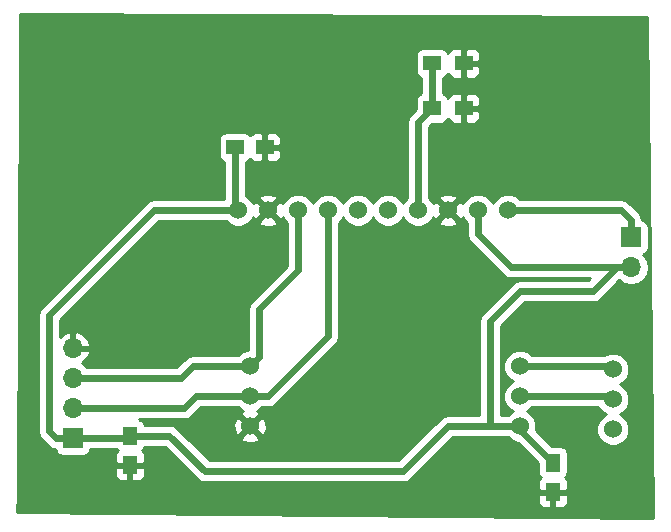
<source format=gbr>
G04 #@! TF.FileFunction,Copper,L1,Top,Signal*
%FSLAX46Y46*%
G04 Gerber Fmt 4.6, Leading zero omitted, Abs format (unit mm)*
G04 Created by KiCad (PCBNEW 4.0.6) date 05/28/17 14:00:10*
%MOMM*%
%LPD*%
G01*
G04 APERTURE LIST*
%ADD10C,0.100000*%
%ADD11R,1.500000X1.250000*%
%ADD12R,1.250000X1.500000*%
%ADD13R,1.700000X1.700000*%
%ADD14O,1.700000X1.700000*%
%ADD15R,1.500000X1.300000*%
%ADD16C,1.524000*%
%ADD17C,0.600000*%
%ADD18C,0.254000*%
G04 APERTURE END LIST*
D10*
D11*
X18562000Y30988000D03*
X21062000Y30988000D03*
D12*
X9652000Y6584000D03*
X9652000Y4084000D03*
X45466000Y4298000D03*
X45466000Y1798000D03*
D13*
X4826000Y6350000D03*
D14*
X4826000Y8890000D03*
X4826000Y11430000D03*
X4826000Y13970000D03*
D13*
X52070000Y23368000D03*
D14*
X52070000Y20828000D03*
D15*
X37926000Y34290000D03*
X35226000Y34290000D03*
X37926000Y38100000D03*
X35226000Y38100000D03*
D16*
X18796000Y25654000D03*
X21336000Y25654000D03*
X23876000Y25654000D03*
X26416000Y25654000D03*
X28956000Y25654000D03*
X31496000Y25654000D03*
X34036000Y25654000D03*
X36576000Y25654000D03*
X39116000Y25654000D03*
X41656000Y25654000D03*
X42672000Y12446000D03*
X42672000Y9906000D03*
X42672000Y7366000D03*
X19812000Y12446000D03*
X19812000Y9906000D03*
X19812000Y7366000D03*
X50546000Y12192000D03*
X50546000Y9652000D03*
X50546000Y7112000D03*
D17*
X39116000Y23622000D02*
X41910000Y20828000D01*
X41910000Y20828000D02*
X52070000Y20828000D01*
X39116000Y25654000D02*
X39116000Y23622000D01*
X2794000Y16764000D02*
X11684000Y25654000D01*
X11684000Y25654000D02*
X18796000Y25654000D01*
X2794000Y6932000D02*
X2794000Y16764000D01*
X4826000Y6350000D02*
X3376000Y6350000D01*
X3376000Y6350000D02*
X2794000Y6932000D01*
X18562000Y30988000D02*
X18562000Y25888000D01*
X18562000Y25888000D02*
X18796000Y25654000D01*
X42672000Y7366000D02*
X40132000Y7366000D01*
X40132000Y7366000D02*
X36576000Y7366000D01*
X40132000Y16256000D02*
X40132000Y7366000D01*
X42672000Y18796000D02*
X40132000Y16256000D01*
X48835919Y18796000D02*
X42672000Y18796000D01*
X52070000Y20828000D02*
X50867919Y20828000D01*
X50867919Y20828000D02*
X48835919Y18796000D01*
X16002000Y3556000D02*
X12974000Y6584000D01*
X12974000Y6584000D02*
X9652000Y6584000D01*
X32766000Y3556000D02*
X16002000Y3556000D01*
X36576000Y7366000D02*
X32766000Y3556000D01*
X42672000Y7366000D02*
X42672000Y7092000D01*
X42672000Y7092000D02*
X45466000Y4298000D01*
X4826000Y6350000D02*
X9418000Y6350000D01*
X9418000Y6350000D02*
X9652000Y6584000D01*
X21336000Y9906000D02*
X26416000Y14986000D01*
X26416000Y14986000D02*
X26416000Y25654000D01*
X19812000Y9906000D02*
X21336000Y9906000D01*
X14224000Y8890000D02*
X15240000Y9906000D01*
X15240000Y9906000D02*
X19812000Y9906000D01*
X4826000Y8890000D02*
X14224000Y8890000D01*
X20573999Y17271999D02*
X23876000Y20574000D01*
X23876000Y20574000D02*
X23876000Y25654000D01*
X19812000Y12446000D02*
X20573999Y13207999D01*
X20573999Y13207999D02*
X20573999Y17271999D01*
X4826000Y11430000D02*
X13970000Y11430000D01*
X13970000Y11430000D02*
X14986000Y12446000D01*
X14986000Y12446000D02*
X19812000Y12446000D01*
X52070000Y23368000D02*
X52070000Y24818000D01*
X52070000Y24818000D02*
X51234000Y25654000D01*
X51234000Y25654000D02*
X42733630Y25654000D01*
X42733630Y25654000D02*
X41656000Y25654000D01*
X35226000Y38100000D02*
X35226000Y34290000D01*
X34036000Y25654000D02*
X34036000Y33100000D01*
X34036000Y33100000D02*
X35226000Y34290000D01*
X42672000Y12446000D02*
X50292000Y12446000D01*
X50292000Y12446000D02*
X50546000Y12192000D01*
X42672000Y9906000D02*
X50292000Y9906000D01*
X50292000Y9906000D02*
X50546000Y9652000D01*
D18*
G36*
X53468496Y42037596D02*
X53973465Y-379788D01*
X127756Y125806D01*
X136057Y1512250D01*
X44206000Y1512250D01*
X44206000Y921691D01*
X44302673Y688302D01*
X44481301Y509673D01*
X44714690Y413000D01*
X45180250Y413000D01*
X45339000Y571750D01*
X45339000Y1671000D01*
X45593000Y1671000D01*
X45593000Y571750D01*
X45751750Y413000D01*
X46217310Y413000D01*
X46450699Y509673D01*
X46629327Y688302D01*
X46726000Y921691D01*
X46726000Y1512250D01*
X46567250Y1671000D01*
X45593000Y1671000D01*
X45339000Y1671000D01*
X44364750Y1671000D01*
X44206000Y1512250D01*
X136057Y1512250D01*
X149746Y3798250D01*
X8392000Y3798250D01*
X8392000Y3207691D01*
X8488673Y2974302D01*
X8667301Y2795673D01*
X8900690Y2699000D01*
X9366250Y2699000D01*
X9525000Y2857750D01*
X9525000Y3957000D01*
X9779000Y3957000D01*
X9779000Y2857750D01*
X9937750Y2699000D01*
X10403310Y2699000D01*
X10636699Y2795673D01*
X10815327Y2974302D01*
X10912000Y3207691D01*
X10912000Y3798250D01*
X10753250Y3957000D01*
X9779000Y3957000D01*
X9525000Y3957000D01*
X8550750Y3957000D01*
X8392000Y3798250D01*
X149746Y3798250D01*
X227385Y16764000D01*
X1859000Y16764000D01*
X1859000Y6932000D01*
X1930173Y6574191D01*
X2132855Y6270855D01*
X2714855Y5688855D01*
X3018191Y5486173D01*
X3343331Y5421498D01*
X3372838Y5264683D01*
X3511910Y5048559D01*
X3724110Y4903569D01*
X3976000Y4852560D01*
X5676000Y4852560D01*
X5911317Y4896838D01*
X6127441Y5035910D01*
X6272431Y5248110D01*
X6306227Y5415000D01*
X8542035Y5415000D01*
X8562910Y5382559D01*
X8631006Y5336031D01*
X8488673Y5193698D01*
X8392000Y4960309D01*
X8392000Y4369750D01*
X8550750Y4211000D01*
X9525000Y4211000D01*
X9525000Y4231000D01*
X9779000Y4231000D01*
X9779000Y4211000D01*
X10753250Y4211000D01*
X10912000Y4369750D01*
X10912000Y4960309D01*
X10815327Y5193698D01*
X10674090Y5334936D01*
X10728441Y5369910D01*
X10873431Y5582110D01*
X10886977Y5649000D01*
X12586710Y5649000D01*
X15340855Y2894855D01*
X15644191Y2692173D01*
X16002000Y2621000D01*
X32766000Y2621000D01*
X33123809Y2692173D01*
X33427145Y2894855D01*
X36963290Y6431000D01*
X41631435Y6431000D01*
X41879630Y6182371D01*
X42392900Y5969243D01*
X42472536Y5969174D01*
X44193560Y4248150D01*
X44193560Y3548000D01*
X44237838Y3312683D01*
X44376910Y3096559D01*
X44445006Y3050031D01*
X44302673Y2907698D01*
X44206000Y2674309D01*
X44206000Y2083750D01*
X44364750Y1925000D01*
X45339000Y1925000D01*
X45339000Y1945000D01*
X45593000Y1945000D01*
X45593000Y1925000D01*
X46567250Y1925000D01*
X46726000Y2083750D01*
X46726000Y2674309D01*
X46629327Y2907698D01*
X46488090Y3048936D01*
X46542441Y3083910D01*
X46687431Y3296110D01*
X46738440Y3548000D01*
X46738440Y5048000D01*
X46694162Y5283317D01*
X46555090Y5499441D01*
X46342890Y5644431D01*
X46091000Y5695440D01*
X45390850Y5695440D01*
X44048404Y7037886D01*
X44068757Y7086900D01*
X44069242Y7642661D01*
X43857010Y8156303D01*
X43464370Y8549629D01*
X43256488Y8635949D01*
X43462303Y8720990D01*
X43712750Y8971000D01*
X49315827Y8971000D01*
X49360990Y8861697D01*
X49753630Y8468371D01*
X49961512Y8382051D01*
X49755697Y8297010D01*
X49362371Y7904370D01*
X49149243Y7391100D01*
X49148758Y6835339D01*
X49360990Y6321697D01*
X49753630Y5928371D01*
X50266900Y5715243D01*
X50822661Y5714758D01*
X51336303Y5926990D01*
X51729629Y6319630D01*
X51942757Y6832900D01*
X51943242Y7388661D01*
X51731010Y7902303D01*
X51338370Y8295629D01*
X51130488Y8381949D01*
X51336303Y8466990D01*
X51729629Y8859630D01*
X51942757Y9372900D01*
X51943242Y9928661D01*
X51731010Y10442303D01*
X51338370Y10835629D01*
X51130488Y10921949D01*
X51336303Y11006990D01*
X51729629Y11399630D01*
X51942757Y11912900D01*
X51943242Y12468661D01*
X51731010Y12982303D01*
X51338370Y13375629D01*
X50825100Y13588757D01*
X50269339Y13589242D01*
X49765354Y13381000D01*
X43712565Y13381000D01*
X43464370Y13629629D01*
X42951100Y13842757D01*
X42395339Y13843242D01*
X41881697Y13631010D01*
X41488371Y13238370D01*
X41275243Y12725100D01*
X41274758Y12169339D01*
X41486990Y11655697D01*
X41879630Y11262371D01*
X42087512Y11176051D01*
X41881697Y11091010D01*
X41488371Y10698370D01*
X41275243Y10185100D01*
X41274758Y9629339D01*
X41486990Y9115697D01*
X41879630Y8722371D01*
X42087512Y8636051D01*
X41881697Y8551010D01*
X41631250Y8301000D01*
X41067000Y8301000D01*
X41067000Y15868710D01*
X43059290Y17861000D01*
X48835919Y17861000D01*
X49193728Y17932173D01*
X49497064Y18134855D01*
X51080353Y19718144D01*
X51472622Y19456039D01*
X52040907Y19343000D01*
X52099093Y19343000D01*
X52667378Y19456039D01*
X53149147Y19777946D01*
X53471054Y20259715D01*
X53584093Y20828000D01*
X53471054Y21396285D01*
X53149147Y21878054D01*
X53107548Y21905850D01*
X53155317Y21914838D01*
X53371441Y22053910D01*
X53516431Y22266110D01*
X53567440Y22518000D01*
X53567440Y24218000D01*
X53523162Y24453317D01*
X53384090Y24669441D01*
X53171890Y24814431D01*
X52998736Y24849496D01*
X52933827Y25175808D01*
X52933827Y25175809D01*
X52731145Y25479145D01*
X51895145Y26315145D01*
X51591809Y26517827D01*
X51234000Y26589000D01*
X42696565Y26589000D01*
X42448370Y26837629D01*
X41935100Y27050757D01*
X41379339Y27051242D01*
X40865697Y26839010D01*
X40472371Y26446370D01*
X40386051Y26238488D01*
X40301010Y26444303D01*
X39908370Y26837629D01*
X39395100Y27050757D01*
X38839339Y27051242D01*
X38325697Y26839010D01*
X37932371Y26446370D01*
X37852605Y26254273D01*
X37798397Y26385143D01*
X37556213Y26454608D01*
X36755605Y25654000D01*
X37556213Y24853392D01*
X37798397Y24922857D01*
X37848509Y25063318D01*
X37930990Y24863697D01*
X38181000Y24613250D01*
X38181000Y23622000D01*
X38252173Y23264191D01*
X38454855Y22960855D01*
X41248855Y20166855D01*
X41552191Y19964173D01*
X41910000Y19893000D01*
X48610629Y19893000D01*
X48448629Y19731000D01*
X42672000Y19731000D01*
X42314191Y19659827D01*
X42010855Y19457145D01*
X39470855Y16917145D01*
X39268173Y16613809D01*
X39197000Y16256000D01*
X39197000Y8301000D01*
X36576000Y8301000D01*
X36218191Y8229827D01*
X35914855Y8027145D01*
X32378710Y4491000D01*
X16389290Y4491000D01*
X14494503Y6385787D01*
X19011392Y6385787D01*
X19080857Y6143603D01*
X19604302Y5956856D01*
X20159368Y5984638D01*
X20543143Y6143603D01*
X20612608Y6385787D01*
X19812000Y7186395D01*
X19011392Y6385787D01*
X14494503Y6385787D01*
X13635145Y7245145D01*
X13331809Y7447827D01*
X12974000Y7519000D01*
X10889630Y7519000D01*
X10880162Y7569317D01*
X10877343Y7573698D01*
X18402856Y7573698D01*
X18430638Y7018632D01*
X18589603Y6634857D01*
X18831787Y6565392D01*
X19632395Y7366000D01*
X19991605Y7366000D01*
X20792213Y6565392D01*
X21034397Y6634857D01*
X21221144Y7158302D01*
X21193362Y7713368D01*
X21034397Y8097143D01*
X20792213Y8166608D01*
X19991605Y7366000D01*
X19632395Y7366000D01*
X18831787Y8166608D01*
X18589603Y8097143D01*
X18402856Y7573698D01*
X10877343Y7573698D01*
X10741090Y7785441D01*
X10528890Y7930431D01*
X10407565Y7955000D01*
X14224000Y7955000D01*
X14581809Y8026173D01*
X14885145Y8228855D01*
X15627290Y8971000D01*
X18771435Y8971000D01*
X19019630Y8722371D01*
X19211727Y8642605D01*
X19080857Y8588397D01*
X19011392Y8346213D01*
X19812000Y7545605D01*
X20612608Y8346213D01*
X20543143Y8588397D01*
X20402682Y8638509D01*
X20602303Y8720990D01*
X20852750Y8971000D01*
X21336000Y8971000D01*
X21693809Y9042173D01*
X21997145Y9244855D01*
X27077145Y14324855D01*
X27279827Y14628191D01*
X27351000Y14986000D01*
X27351000Y24613435D01*
X27599629Y24861630D01*
X27685949Y25069512D01*
X27770990Y24863697D01*
X28163630Y24470371D01*
X28676900Y24257243D01*
X29232661Y24256758D01*
X29746303Y24468990D01*
X30139629Y24861630D01*
X30225949Y25069512D01*
X30310990Y24863697D01*
X30703630Y24470371D01*
X31216900Y24257243D01*
X31772661Y24256758D01*
X32286303Y24468990D01*
X32679629Y24861630D01*
X32765949Y25069512D01*
X32850990Y24863697D01*
X33243630Y24470371D01*
X33756900Y24257243D01*
X34312661Y24256758D01*
X34826303Y24468990D01*
X35031457Y24673787D01*
X35775392Y24673787D01*
X35844857Y24431603D01*
X36368302Y24244856D01*
X36923368Y24272638D01*
X37307143Y24431603D01*
X37376608Y24673787D01*
X36576000Y25474395D01*
X35775392Y24673787D01*
X35031457Y24673787D01*
X35219629Y24861630D01*
X35299395Y25053727D01*
X35353603Y24922857D01*
X35595787Y24853392D01*
X36396395Y25654000D01*
X35595787Y26454608D01*
X35353603Y26385143D01*
X35303491Y26244682D01*
X35221010Y26444303D01*
X35031432Y26634213D01*
X35775392Y26634213D01*
X36576000Y25833605D01*
X37376608Y26634213D01*
X37307143Y26876397D01*
X36783698Y27063144D01*
X36228632Y27035362D01*
X35844857Y26876397D01*
X35775392Y26634213D01*
X35031432Y26634213D01*
X34971000Y26694750D01*
X34971000Y32712710D01*
X35250850Y32992560D01*
X35976000Y32992560D01*
X36211317Y33036838D01*
X36427441Y33175910D01*
X36572431Y33388110D01*
X36579191Y33421490D01*
X36637673Y33280301D01*
X36816302Y33101673D01*
X37049691Y33005000D01*
X37640250Y33005000D01*
X37799000Y33163750D01*
X37799000Y34163000D01*
X38053000Y34163000D01*
X38053000Y33163750D01*
X38211750Y33005000D01*
X38802309Y33005000D01*
X39035698Y33101673D01*
X39214327Y33280301D01*
X39311000Y33513690D01*
X39311000Y34004250D01*
X39152250Y34163000D01*
X38053000Y34163000D01*
X37799000Y34163000D01*
X37779000Y34163000D01*
X37779000Y34417000D01*
X37799000Y34417000D01*
X37799000Y35416250D01*
X38053000Y35416250D01*
X38053000Y34417000D01*
X39152250Y34417000D01*
X39311000Y34575750D01*
X39311000Y35066310D01*
X39214327Y35299699D01*
X39035698Y35478327D01*
X38802309Y35575000D01*
X38211750Y35575000D01*
X38053000Y35416250D01*
X37799000Y35416250D01*
X37640250Y35575000D01*
X37049691Y35575000D01*
X36816302Y35478327D01*
X36637673Y35299699D01*
X36581346Y35163713D01*
X36579162Y35175317D01*
X36440090Y35391441D01*
X36227890Y35536431D01*
X36161000Y35549977D01*
X36161000Y36837370D01*
X36211317Y36846838D01*
X36427441Y36985910D01*
X36572431Y37198110D01*
X36579191Y37231490D01*
X36637673Y37090301D01*
X36816302Y36911673D01*
X37049691Y36815000D01*
X37640250Y36815000D01*
X37799000Y36973750D01*
X37799000Y37973000D01*
X38053000Y37973000D01*
X38053000Y36973750D01*
X38211750Y36815000D01*
X38802309Y36815000D01*
X39035698Y36911673D01*
X39214327Y37090301D01*
X39311000Y37323690D01*
X39311000Y37814250D01*
X39152250Y37973000D01*
X38053000Y37973000D01*
X37799000Y37973000D01*
X37779000Y37973000D01*
X37779000Y38227000D01*
X37799000Y38227000D01*
X37799000Y39226250D01*
X38053000Y39226250D01*
X38053000Y38227000D01*
X39152250Y38227000D01*
X39311000Y38385750D01*
X39311000Y38876310D01*
X39214327Y39109699D01*
X39035698Y39288327D01*
X38802309Y39385000D01*
X38211750Y39385000D01*
X38053000Y39226250D01*
X37799000Y39226250D01*
X37640250Y39385000D01*
X37049691Y39385000D01*
X36816302Y39288327D01*
X36637673Y39109699D01*
X36581346Y38973713D01*
X36579162Y38985317D01*
X36440090Y39201441D01*
X36227890Y39346431D01*
X35976000Y39397440D01*
X34476000Y39397440D01*
X34240683Y39353162D01*
X34024559Y39214090D01*
X33879569Y39001890D01*
X33828560Y38750000D01*
X33828560Y37450000D01*
X33872838Y37214683D01*
X34011910Y36998559D01*
X34224110Y36853569D01*
X34291000Y36840023D01*
X34291000Y35552630D01*
X34240683Y35543162D01*
X34024559Y35404090D01*
X33879569Y35191890D01*
X33828560Y34940000D01*
X33828560Y34214850D01*
X33374855Y33761145D01*
X33172173Y33457809D01*
X33101000Y33100000D01*
X33101000Y26694565D01*
X32852371Y26446370D01*
X32766051Y26238488D01*
X32681010Y26444303D01*
X32288370Y26837629D01*
X31775100Y27050757D01*
X31219339Y27051242D01*
X30705697Y26839010D01*
X30312371Y26446370D01*
X30226051Y26238488D01*
X30141010Y26444303D01*
X29748370Y26837629D01*
X29235100Y27050757D01*
X28679339Y27051242D01*
X28165697Y26839010D01*
X27772371Y26446370D01*
X27686051Y26238488D01*
X27601010Y26444303D01*
X27208370Y26837629D01*
X26695100Y27050757D01*
X26139339Y27051242D01*
X25625697Y26839010D01*
X25232371Y26446370D01*
X25146051Y26238488D01*
X25061010Y26444303D01*
X24668370Y26837629D01*
X24155100Y27050757D01*
X23599339Y27051242D01*
X23085697Y26839010D01*
X22692371Y26446370D01*
X22612605Y26254273D01*
X22558397Y26385143D01*
X22316213Y26454608D01*
X21515605Y25654000D01*
X22316213Y24853392D01*
X22558397Y24922857D01*
X22608509Y25063318D01*
X22690990Y24863697D01*
X22941000Y24613250D01*
X22941000Y20961290D01*
X19912854Y17933144D01*
X19710172Y17629808D01*
X19638999Y17271999D01*
X19638999Y13843152D01*
X19535339Y13843242D01*
X19021697Y13631010D01*
X18771250Y13381000D01*
X14986000Y13381000D01*
X14628191Y13309827D01*
X14324855Y13107145D01*
X13582710Y12365000D01*
X5982023Y12365000D01*
X5905147Y12480054D01*
X5564447Y12707702D01*
X5707358Y12774817D01*
X6097645Y13203076D01*
X6267476Y13613110D01*
X6146155Y13843000D01*
X4953000Y13843000D01*
X4953000Y13823000D01*
X4699000Y13823000D01*
X4699000Y13843000D01*
X4679000Y13843000D01*
X4679000Y14097000D01*
X4699000Y14097000D01*
X4699000Y15290819D01*
X4953000Y15290819D01*
X4953000Y14097000D01*
X6146155Y14097000D01*
X6267476Y14326890D01*
X6097645Y14736924D01*
X5707358Y15165183D01*
X5182892Y15411486D01*
X4953000Y15290819D01*
X4699000Y15290819D01*
X4469108Y15411486D01*
X3944642Y15165183D01*
X3729000Y14928561D01*
X3729000Y16376710D01*
X12071290Y24719000D01*
X17755435Y24719000D01*
X18003630Y24470371D01*
X18516900Y24257243D01*
X19072661Y24256758D01*
X19586303Y24468990D01*
X19791457Y24673787D01*
X20535392Y24673787D01*
X20604857Y24431603D01*
X21128302Y24244856D01*
X21683368Y24272638D01*
X22067143Y24431603D01*
X22136608Y24673787D01*
X21336000Y25474395D01*
X20535392Y24673787D01*
X19791457Y24673787D01*
X19979629Y24861630D01*
X20059395Y25053727D01*
X20113603Y24922857D01*
X20355787Y24853392D01*
X21156395Y25654000D01*
X20355787Y26454608D01*
X20113603Y26385143D01*
X20063491Y26244682D01*
X19981010Y26444303D01*
X19791432Y26634213D01*
X20535392Y26634213D01*
X21336000Y25833605D01*
X22136608Y26634213D01*
X22067143Y26876397D01*
X21543698Y27063144D01*
X20988632Y27035362D01*
X20604857Y26876397D01*
X20535392Y26634213D01*
X19791432Y26634213D01*
X19588370Y26837629D01*
X19497000Y26875569D01*
X19497000Y29750370D01*
X19547317Y29759838D01*
X19763441Y29898910D01*
X19809969Y29967006D01*
X19952302Y29824673D01*
X20185691Y29728000D01*
X20776250Y29728000D01*
X20935000Y29886750D01*
X20935000Y30861000D01*
X21189000Y30861000D01*
X21189000Y29886750D01*
X21347750Y29728000D01*
X21938309Y29728000D01*
X22171698Y29824673D01*
X22350327Y30003301D01*
X22447000Y30236690D01*
X22447000Y30702250D01*
X22288250Y30861000D01*
X21189000Y30861000D01*
X20935000Y30861000D01*
X20915000Y30861000D01*
X20915000Y31115000D01*
X20935000Y31115000D01*
X20935000Y32089250D01*
X21189000Y32089250D01*
X21189000Y31115000D01*
X22288250Y31115000D01*
X22447000Y31273750D01*
X22447000Y31739310D01*
X22350327Y31972699D01*
X22171698Y32151327D01*
X21938309Y32248000D01*
X21347750Y32248000D01*
X21189000Y32089250D01*
X20935000Y32089250D01*
X20776250Y32248000D01*
X20185691Y32248000D01*
X19952302Y32151327D01*
X19811064Y32010090D01*
X19776090Y32064441D01*
X19563890Y32209431D01*
X19312000Y32260440D01*
X17812000Y32260440D01*
X17576683Y32216162D01*
X17360559Y32077090D01*
X17215569Y31864890D01*
X17164560Y31613000D01*
X17164560Y30363000D01*
X17208838Y30127683D01*
X17347910Y29911559D01*
X17560110Y29766569D01*
X17627000Y29753023D01*
X17627000Y26589000D01*
X11684005Y26589000D01*
X11684000Y26589001D01*
X11385556Y26529636D01*
X11326191Y26517827D01*
X11127615Y26385143D01*
X11022855Y26315145D01*
X2132855Y17425145D01*
X1930173Y17121809D01*
X1859000Y16764000D01*
X227385Y16764000D01*
X380238Y42290397D01*
X53468496Y42037596D01*
X53468496Y42037596D01*
G37*
X53468496Y42037596D02*
X53973465Y-379788D01*
X127756Y125806D01*
X136057Y1512250D01*
X44206000Y1512250D01*
X44206000Y921691D01*
X44302673Y688302D01*
X44481301Y509673D01*
X44714690Y413000D01*
X45180250Y413000D01*
X45339000Y571750D01*
X45339000Y1671000D01*
X45593000Y1671000D01*
X45593000Y571750D01*
X45751750Y413000D01*
X46217310Y413000D01*
X46450699Y509673D01*
X46629327Y688302D01*
X46726000Y921691D01*
X46726000Y1512250D01*
X46567250Y1671000D01*
X45593000Y1671000D01*
X45339000Y1671000D01*
X44364750Y1671000D01*
X44206000Y1512250D01*
X136057Y1512250D01*
X149746Y3798250D01*
X8392000Y3798250D01*
X8392000Y3207691D01*
X8488673Y2974302D01*
X8667301Y2795673D01*
X8900690Y2699000D01*
X9366250Y2699000D01*
X9525000Y2857750D01*
X9525000Y3957000D01*
X9779000Y3957000D01*
X9779000Y2857750D01*
X9937750Y2699000D01*
X10403310Y2699000D01*
X10636699Y2795673D01*
X10815327Y2974302D01*
X10912000Y3207691D01*
X10912000Y3798250D01*
X10753250Y3957000D01*
X9779000Y3957000D01*
X9525000Y3957000D01*
X8550750Y3957000D01*
X8392000Y3798250D01*
X149746Y3798250D01*
X227385Y16764000D01*
X1859000Y16764000D01*
X1859000Y6932000D01*
X1930173Y6574191D01*
X2132855Y6270855D01*
X2714855Y5688855D01*
X3018191Y5486173D01*
X3343331Y5421498D01*
X3372838Y5264683D01*
X3511910Y5048559D01*
X3724110Y4903569D01*
X3976000Y4852560D01*
X5676000Y4852560D01*
X5911317Y4896838D01*
X6127441Y5035910D01*
X6272431Y5248110D01*
X6306227Y5415000D01*
X8542035Y5415000D01*
X8562910Y5382559D01*
X8631006Y5336031D01*
X8488673Y5193698D01*
X8392000Y4960309D01*
X8392000Y4369750D01*
X8550750Y4211000D01*
X9525000Y4211000D01*
X9525000Y4231000D01*
X9779000Y4231000D01*
X9779000Y4211000D01*
X10753250Y4211000D01*
X10912000Y4369750D01*
X10912000Y4960309D01*
X10815327Y5193698D01*
X10674090Y5334936D01*
X10728441Y5369910D01*
X10873431Y5582110D01*
X10886977Y5649000D01*
X12586710Y5649000D01*
X15340855Y2894855D01*
X15644191Y2692173D01*
X16002000Y2621000D01*
X32766000Y2621000D01*
X33123809Y2692173D01*
X33427145Y2894855D01*
X36963290Y6431000D01*
X41631435Y6431000D01*
X41879630Y6182371D01*
X42392900Y5969243D01*
X42472536Y5969174D01*
X44193560Y4248150D01*
X44193560Y3548000D01*
X44237838Y3312683D01*
X44376910Y3096559D01*
X44445006Y3050031D01*
X44302673Y2907698D01*
X44206000Y2674309D01*
X44206000Y2083750D01*
X44364750Y1925000D01*
X45339000Y1925000D01*
X45339000Y1945000D01*
X45593000Y1945000D01*
X45593000Y1925000D01*
X46567250Y1925000D01*
X46726000Y2083750D01*
X46726000Y2674309D01*
X46629327Y2907698D01*
X46488090Y3048936D01*
X46542441Y3083910D01*
X46687431Y3296110D01*
X46738440Y3548000D01*
X46738440Y5048000D01*
X46694162Y5283317D01*
X46555090Y5499441D01*
X46342890Y5644431D01*
X46091000Y5695440D01*
X45390850Y5695440D01*
X44048404Y7037886D01*
X44068757Y7086900D01*
X44069242Y7642661D01*
X43857010Y8156303D01*
X43464370Y8549629D01*
X43256488Y8635949D01*
X43462303Y8720990D01*
X43712750Y8971000D01*
X49315827Y8971000D01*
X49360990Y8861697D01*
X49753630Y8468371D01*
X49961512Y8382051D01*
X49755697Y8297010D01*
X49362371Y7904370D01*
X49149243Y7391100D01*
X49148758Y6835339D01*
X49360990Y6321697D01*
X49753630Y5928371D01*
X50266900Y5715243D01*
X50822661Y5714758D01*
X51336303Y5926990D01*
X51729629Y6319630D01*
X51942757Y6832900D01*
X51943242Y7388661D01*
X51731010Y7902303D01*
X51338370Y8295629D01*
X51130488Y8381949D01*
X51336303Y8466990D01*
X51729629Y8859630D01*
X51942757Y9372900D01*
X51943242Y9928661D01*
X51731010Y10442303D01*
X51338370Y10835629D01*
X51130488Y10921949D01*
X51336303Y11006990D01*
X51729629Y11399630D01*
X51942757Y11912900D01*
X51943242Y12468661D01*
X51731010Y12982303D01*
X51338370Y13375629D01*
X50825100Y13588757D01*
X50269339Y13589242D01*
X49765354Y13381000D01*
X43712565Y13381000D01*
X43464370Y13629629D01*
X42951100Y13842757D01*
X42395339Y13843242D01*
X41881697Y13631010D01*
X41488371Y13238370D01*
X41275243Y12725100D01*
X41274758Y12169339D01*
X41486990Y11655697D01*
X41879630Y11262371D01*
X42087512Y11176051D01*
X41881697Y11091010D01*
X41488371Y10698370D01*
X41275243Y10185100D01*
X41274758Y9629339D01*
X41486990Y9115697D01*
X41879630Y8722371D01*
X42087512Y8636051D01*
X41881697Y8551010D01*
X41631250Y8301000D01*
X41067000Y8301000D01*
X41067000Y15868710D01*
X43059290Y17861000D01*
X48835919Y17861000D01*
X49193728Y17932173D01*
X49497064Y18134855D01*
X51080353Y19718144D01*
X51472622Y19456039D01*
X52040907Y19343000D01*
X52099093Y19343000D01*
X52667378Y19456039D01*
X53149147Y19777946D01*
X53471054Y20259715D01*
X53584093Y20828000D01*
X53471054Y21396285D01*
X53149147Y21878054D01*
X53107548Y21905850D01*
X53155317Y21914838D01*
X53371441Y22053910D01*
X53516431Y22266110D01*
X53567440Y22518000D01*
X53567440Y24218000D01*
X53523162Y24453317D01*
X53384090Y24669441D01*
X53171890Y24814431D01*
X52998736Y24849496D01*
X52933827Y25175808D01*
X52933827Y25175809D01*
X52731145Y25479145D01*
X51895145Y26315145D01*
X51591809Y26517827D01*
X51234000Y26589000D01*
X42696565Y26589000D01*
X42448370Y26837629D01*
X41935100Y27050757D01*
X41379339Y27051242D01*
X40865697Y26839010D01*
X40472371Y26446370D01*
X40386051Y26238488D01*
X40301010Y26444303D01*
X39908370Y26837629D01*
X39395100Y27050757D01*
X38839339Y27051242D01*
X38325697Y26839010D01*
X37932371Y26446370D01*
X37852605Y26254273D01*
X37798397Y26385143D01*
X37556213Y26454608D01*
X36755605Y25654000D01*
X37556213Y24853392D01*
X37798397Y24922857D01*
X37848509Y25063318D01*
X37930990Y24863697D01*
X38181000Y24613250D01*
X38181000Y23622000D01*
X38252173Y23264191D01*
X38454855Y22960855D01*
X41248855Y20166855D01*
X41552191Y19964173D01*
X41910000Y19893000D01*
X48610629Y19893000D01*
X48448629Y19731000D01*
X42672000Y19731000D01*
X42314191Y19659827D01*
X42010855Y19457145D01*
X39470855Y16917145D01*
X39268173Y16613809D01*
X39197000Y16256000D01*
X39197000Y8301000D01*
X36576000Y8301000D01*
X36218191Y8229827D01*
X35914855Y8027145D01*
X32378710Y4491000D01*
X16389290Y4491000D01*
X14494503Y6385787D01*
X19011392Y6385787D01*
X19080857Y6143603D01*
X19604302Y5956856D01*
X20159368Y5984638D01*
X20543143Y6143603D01*
X20612608Y6385787D01*
X19812000Y7186395D01*
X19011392Y6385787D01*
X14494503Y6385787D01*
X13635145Y7245145D01*
X13331809Y7447827D01*
X12974000Y7519000D01*
X10889630Y7519000D01*
X10880162Y7569317D01*
X10877343Y7573698D01*
X18402856Y7573698D01*
X18430638Y7018632D01*
X18589603Y6634857D01*
X18831787Y6565392D01*
X19632395Y7366000D01*
X19991605Y7366000D01*
X20792213Y6565392D01*
X21034397Y6634857D01*
X21221144Y7158302D01*
X21193362Y7713368D01*
X21034397Y8097143D01*
X20792213Y8166608D01*
X19991605Y7366000D01*
X19632395Y7366000D01*
X18831787Y8166608D01*
X18589603Y8097143D01*
X18402856Y7573698D01*
X10877343Y7573698D01*
X10741090Y7785441D01*
X10528890Y7930431D01*
X10407565Y7955000D01*
X14224000Y7955000D01*
X14581809Y8026173D01*
X14885145Y8228855D01*
X15627290Y8971000D01*
X18771435Y8971000D01*
X19019630Y8722371D01*
X19211727Y8642605D01*
X19080857Y8588397D01*
X19011392Y8346213D01*
X19812000Y7545605D01*
X20612608Y8346213D01*
X20543143Y8588397D01*
X20402682Y8638509D01*
X20602303Y8720990D01*
X20852750Y8971000D01*
X21336000Y8971000D01*
X21693809Y9042173D01*
X21997145Y9244855D01*
X27077145Y14324855D01*
X27279827Y14628191D01*
X27351000Y14986000D01*
X27351000Y24613435D01*
X27599629Y24861630D01*
X27685949Y25069512D01*
X27770990Y24863697D01*
X28163630Y24470371D01*
X28676900Y24257243D01*
X29232661Y24256758D01*
X29746303Y24468990D01*
X30139629Y24861630D01*
X30225949Y25069512D01*
X30310990Y24863697D01*
X30703630Y24470371D01*
X31216900Y24257243D01*
X31772661Y24256758D01*
X32286303Y24468990D01*
X32679629Y24861630D01*
X32765949Y25069512D01*
X32850990Y24863697D01*
X33243630Y24470371D01*
X33756900Y24257243D01*
X34312661Y24256758D01*
X34826303Y24468990D01*
X35031457Y24673787D01*
X35775392Y24673787D01*
X35844857Y24431603D01*
X36368302Y24244856D01*
X36923368Y24272638D01*
X37307143Y24431603D01*
X37376608Y24673787D01*
X36576000Y25474395D01*
X35775392Y24673787D01*
X35031457Y24673787D01*
X35219629Y24861630D01*
X35299395Y25053727D01*
X35353603Y24922857D01*
X35595787Y24853392D01*
X36396395Y25654000D01*
X35595787Y26454608D01*
X35353603Y26385143D01*
X35303491Y26244682D01*
X35221010Y26444303D01*
X35031432Y26634213D01*
X35775392Y26634213D01*
X36576000Y25833605D01*
X37376608Y26634213D01*
X37307143Y26876397D01*
X36783698Y27063144D01*
X36228632Y27035362D01*
X35844857Y26876397D01*
X35775392Y26634213D01*
X35031432Y26634213D01*
X34971000Y26694750D01*
X34971000Y32712710D01*
X35250850Y32992560D01*
X35976000Y32992560D01*
X36211317Y33036838D01*
X36427441Y33175910D01*
X36572431Y33388110D01*
X36579191Y33421490D01*
X36637673Y33280301D01*
X36816302Y33101673D01*
X37049691Y33005000D01*
X37640250Y33005000D01*
X37799000Y33163750D01*
X37799000Y34163000D01*
X38053000Y34163000D01*
X38053000Y33163750D01*
X38211750Y33005000D01*
X38802309Y33005000D01*
X39035698Y33101673D01*
X39214327Y33280301D01*
X39311000Y33513690D01*
X39311000Y34004250D01*
X39152250Y34163000D01*
X38053000Y34163000D01*
X37799000Y34163000D01*
X37779000Y34163000D01*
X37779000Y34417000D01*
X37799000Y34417000D01*
X37799000Y35416250D01*
X38053000Y35416250D01*
X38053000Y34417000D01*
X39152250Y34417000D01*
X39311000Y34575750D01*
X39311000Y35066310D01*
X39214327Y35299699D01*
X39035698Y35478327D01*
X38802309Y35575000D01*
X38211750Y35575000D01*
X38053000Y35416250D01*
X37799000Y35416250D01*
X37640250Y35575000D01*
X37049691Y35575000D01*
X36816302Y35478327D01*
X36637673Y35299699D01*
X36581346Y35163713D01*
X36579162Y35175317D01*
X36440090Y35391441D01*
X36227890Y35536431D01*
X36161000Y35549977D01*
X36161000Y36837370D01*
X36211317Y36846838D01*
X36427441Y36985910D01*
X36572431Y37198110D01*
X36579191Y37231490D01*
X36637673Y37090301D01*
X36816302Y36911673D01*
X37049691Y36815000D01*
X37640250Y36815000D01*
X37799000Y36973750D01*
X37799000Y37973000D01*
X38053000Y37973000D01*
X38053000Y36973750D01*
X38211750Y36815000D01*
X38802309Y36815000D01*
X39035698Y36911673D01*
X39214327Y37090301D01*
X39311000Y37323690D01*
X39311000Y37814250D01*
X39152250Y37973000D01*
X38053000Y37973000D01*
X37799000Y37973000D01*
X37779000Y37973000D01*
X37779000Y38227000D01*
X37799000Y38227000D01*
X37799000Y39226250D01*
X38053000Y39226250D01*
X38053000Y38227000D01*
X39152250Y38227000D01*
X39311000Y38385750D01*
X39311000Y38876310D01*
X39214327Y39109699D01*
X39035698Y39288327D01*
X38802309Y39385000D01*
X38211750Y39385000D01*
X38053000Y39226250D01*
X37799000Y39226250D01*
X37640250Y39385000D01*
X37049691Y39385000D01*
X36816302Y39288327D01*
X36637673Y39109699D01*
X36581346Y38973713D01*
X36579162Y38985317D01*
X36440090Y39201441D01*
X36227890Y39346431D01*
X35976000Y39397440D01*
X34476000Y39397440D01*
X34240683Y39353162D01*
X34024559Y39214090D01*
X33879569Y39001890D01*
X33828560Y38750000D01*
X33828560Y37450000D01*
X33872838Y37214683D01*
X34011910Y36998559D01*
X34224110Y36853569D01*
X34291000Y36840023D01*
X34291000Y35552630D01*
X34240683Y35543162D01*
X34024559Y35404090D01*
X33879569Y35191890D01*
X33828560Y34940000D01*
X33828560Y34214850D01*
X33374855Y33761145D01*
X33172173Y33457809D01*
X33101000Y33100000D01*
X33101000Y26694565D01*
X32852371Y26446370D01*
X32766051Y26238488D01*
X32681010Y26444303D01*
X32288370Y26837629D01*
X31775100Y27050757D01*
X31219339Y27051242D01*
X30705697Y26839010D01*
X30312371Y26446370D01*
X30226051Y26238488D01*
X30141010Y26444303D01*
X29748370Y26837629D01*
X29235100Y27050757D01*
X28679339Y27051242D01*
X28165697Y26839010D01*
X27772371Y26446370D01*
X27686051Y26238488D01*
X27601010Y26444303D01*
X27208370Y26837629D01*
X26695100Y27050757D01*
X26139339Y27051242D01*
X25625697Y26839010D01*
X25232371Y26446370D01*
X25146051Y26238488D01*
X25061010Y26444303D01*
X24668370Y26837629D01*
X24155100Y27050757D01*
X23599339Y27051242D01*
X23085697Y26839010D01*
X22692371Y26446370D01*
X22612605Y26254273D01*
X22558397Y26385143D01*
X22316213Y26454608D01*
X21515605Y25654000D01*
X22316213Y24853392D01*
X22558397Y24922857D01*
X22608509Y25063318D01*
X22690990Y24863697D01*
X22941000Y24613250D01*
X22941000Y20961290D01*
X19912854Y17933144D01*
X19710172Y17629808D01*
X19638999Y17271999D01*
X19638999Y13843152D01*
X19535339Y13843242D01*
X19021697Y13631010D01*
X18771250Y13381000D01*
X14986000Y13381000D01*
X14628191Y13309827D01*
X14324855Y13107145D01*
X13582710Y12365000D01*
X5982023Y12365000D01*
X5905147Y12480054D01*
X5564447Y12707702D01*
X5707358Y12774817D01*
X6097645Y13203076D01*
X6267476Y13613110D01*
X6146155Y13843000D01*
X4953000Y13843000D01*
X4953000Y13823000D01*
X4699000Y13823000D01*
X4699000Y13843000D01*
X4679000Y13843000D01*
X4679000Y14097000D01*
X4699000Y14097000D01*
X4699000Y15290819D01*
X4953000Y15290819D01*
X4953000Y14097000D01*
X6146155Y14097000D01*
X6267476Y14326890D01*
X6097645Y14736924D01*
X5707358Y15165183D01*
X5182892Y15411486D01*
X4953000Y15290819D01*
X4699000Y15290819D01*
X4469108Y15411486D01*
X3944642Y15165183D01*
X3729000Y14928561D01*
X3729000Y16376710D01*
X12071290Y24719000D01*
X17755435Y24719000D01*
X18003630Y24470371D01*
X18516900Y24257243D01*
X19072661Y24256758D01*
X19586303Y24468990D01*
X19791457Y24673787D01*
X20535392Y24673787D01*
X20604857Y24431603D01*
X21128302Y24244856D01*
X21683368Y24272638D01*
X22067143Y24431603D01*
X22136608Y24673787D01*
X21336000Y25474395D01*
X20535392Y24673787D01*
X19791457Y24673787D01*
X19979629Y24861630D01*
X20059395Y25053727D01*
X20113603Y24922857D01*
X20355787Y24853392D01*
X21156395Y25654000D01*
X20355787Y26454608D01*
X20113603Y26385143D01*
X20063491Y26244682D01*
X19981010Y26444303D01*
X19791432Y26634213D01*
X20535392Y26634213D01*
X21336000Y25833605D01*
X22136608Y26634213D01*
X22067143Y26876397D01*
X21543698Y27063144D01*
X20988632Y27035362D01*
X20604857Y26876397D01*
X20535392Y26634213D01*
X19791432Y26634213D01*
X19588370Y26837629D01*
X19497000Y26875569D01*
X19497000Y29750370D01*
X19547317Y29759838D01*
X19763441Y29898910D01*
X19809969Y29967006D01*
X19952302Y29824673D01*
X20185691Y29728000D01*
X20776250Y29728000D01*
X20935000Y29886750D01*
X20935000Y30861000D01*
X21189000Y30861000D01*
X21189000Y29886750D01*
X21347750Y29728000D01*
X21938309Y29728000D01*
X22171698Y29824673D01*
X22350327Y30003301D01*
X22447000Y30236690D01*
X22447000Y30702250D01*
X22288250Y30861000D01*
X21189000Y30861000D01*
X20935000Y30861000D01*
X20915000Y30861000D01*
X20915000Y31115000D01*
X20935000Y31115000D01*
X20935000Y32089250D01*
X21189000Y32089250D01*
X21189000Y31115000D01*
X22288250Y31115000D01*
X22447000Y31273750D01*
X22447000Y31739310D01*
X22350327Y31972699D01*
X22171698Y32151327D01*
X21938309Y32248000D01*
X21347750Y32248000D01*
X21189000Y32089250D01*
X20935000Y32089250D01*
X20776250Y32248000D01*
X20185691Y32248000D01*
X19952302Y32151327D01*
X19811064Y32010090D01*
X19776090Y32064441D01*
X19563890Y32209431D01*
X19312000Y32260440D01*
X17812000Y32260440D01*
X17576683Y32216162D01*
X17360559Y32077090D01*
X17215569Y31864890D01*
X17164560Y31613000D01*
X17164560Y30363000D01*
X17208838Y30127683D01*
X17347910Y29911559D01*
X17560110Y29766569D01*
X17627000Y29753023D01*
X17627000Y26589000D01*
X11684005Y26589000D01*
X11684000Y26589001D01*
X11385556Y26529636D01*
X11326191Y26517827D01*
X11127615Y26385143D01*
X11022855Y26315145D01*
X2132855Y17425145D01*
X1930173Y17121809D01*
X1859000Y16764000D01*
X227385Y16764000D01*
X380238Y42290397D01*
X53468496Y42037596D01*
M02*

</source>
